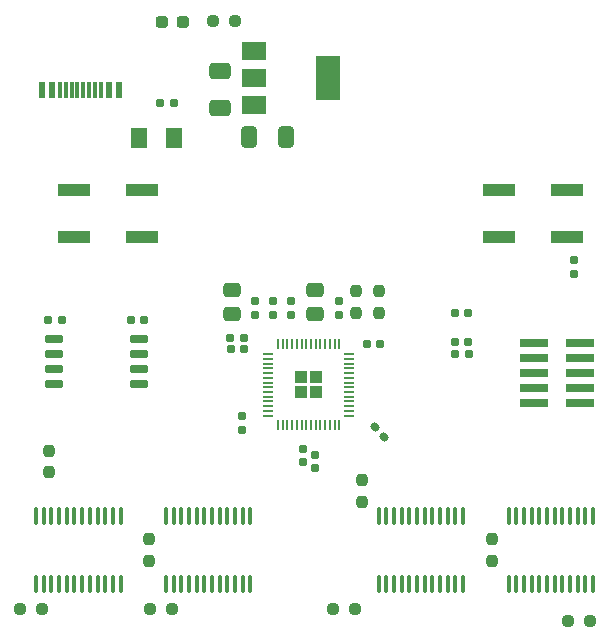
<source format=gtp>
G04 #@! TF.GenerationSoftware,KiCad,Pcbnew,6.0.7*
G04 #@! TF.CreationDate,2022-08-31T22:31:15-07:00*
G04 #@! TF.ProjectId,gbpunk,67627075-6e6b-42e6-9b69-6361645f7063,v4.0*
G04 #@! TF.SameCoordinates,Original*
G04 #@! TF.FileFunction,Paste,Top*
G04 #@! TF.FilePolarity,Positive*
%FSLAX46Y46*%
G04 Gerber Fmt 4.6, Leading zero omitted, Abs format (unit mm)*
G04 Created by KiCad (PCBNEW 6.0.7) date 2022-08-31 22:31:15*
%MOMM*%
%LPD*%
G01*
G04 APERTURE LIST*
G04 Aperture macros list*
%AMRoundRect*
0 Rectangle with rounded corners*
0 $1 Rounding radius*
0 $2 $3 $4 $5 $6 $7 $8 $9 X,Y pos of 4 corners*
0 Add a 4 corners polygon primitive as box body*
4,1,4,$2,$3,$4,$5,$6,$7,$8,$9,$2,$3,0*
0 Add four circle primitives for the rounded corners*
1,1,$1+$1,$2,$3*
1,1,$1+$1,$4,$5*
1,1,$1+$1,$6,$7*
1,1,$1+$1,$8,$9*
0 Add four rect primitives between the rounded corners*
20,1,$1+$1,$2,$3,$4,$5,0*
20,1,$1+$1,$4,$5,$6,$7,0*
20,1,$1+$1,$6,$7,$8,$9,0*
20,1,$1+$1,$8,$9,$2,$3,0*%
G04 Aperture macros list end*
%ADD10RoundRect,0.155000X0.155000X-0.212500X0.155000X0.212500X-0.155000X0.212500X-0.155000X-0.212500X0*%
%ADD11RoundRect,0.100000X0.100000X-0.637500X0.100000X0.637500X-0.100000X0.637500X-0.100000X-0.637500X0*%
%ADD12RoundRect,0.155000X-0.155000X0.212500X-0.155000X-0.212500X0.155000X-0.212500X0.155000X0.212500X0*%
%ADD13RoundRect,0.155000X-0.212500X-0.155000X0.212500X-0.155000X0.212500X0.155000X-0.212500X0.155000X0*%
%ADD14RoundRect,0.160000X0.197500X0.160000X-0.197500X0.160000X-0.197500X-0.160000X0.197500X-0.160000X0*%
%ADD15RoundRect,0.237500X-0.237500X0.250000X-0.237500X-0.250000X0.237500X-0.250000X0.237500X0.250000X0*%
%ADD16RoundRect,0.237500X0.250000X0.237500X-0.250000X0.237500X-0.250000X-0.237500X0.250000X-0.237500X0*%
%ADD17RoundRect,0.250000X-0.412500X-0.650000X0.412500X-0.650000X0.412500X0.650000X-0.412500X0.650000X0*%
%ADD18RoundRect,0.250000X0.475000X-0.337500X0.475000X0.337500X-0.475000X0.337500X-0.475000X-0.337500X0*%
%ADD19R,2.400000X0.740000*%
%ADD20R,2.750000X1.000000*%
%ADD21R,0.600000X1.450000*%
%ADD22R,0.300000X1.450000*%
%ADD23RoundRect,0.155000X0.212500X0.155000X-0.212500X0.155000X-0.212500X-0.155000X0.212500X-0.155000X0*%
%ADD24RoundRect,0.155000X-0.259862X0.040659X0.040659X-0.259862X0.259862X-0.040659X-0.040659X0.259862X0*%
%ADD25RoundRect,0.160000X-0.197500X-0.160000X0.197500X-0.160000X0.197500X0.160000X-0.197500X0.160000X0*%
%ADD26RoundRect,0.150000X-0.650000X-0.150000X0.650000X-0.150000X0.650000X0.150000X-0.650000X0.150000X0*%
%ADD27RoundRect,0.237500X0.237500X-0.250000X0.237500X0.250000X-0.237500X0.250000X-0.237500X-0.250000X0*%
%ADD28R,2.000000X1.500000*%
%ADD29R,2.000000X3.800000*%
%ADD30RoundRect,0.160000X-0.160000X0.197500X-0.160000X-0.197500X0.160000X-0.197500X0.160000X0.197500X0*%
%ADD31RoundRect,0.250000X-0.292217X-0.292217X0.292217X-0.292217X0.292217X0.292217X-0.292217X0.292217X0*%
%ADD32RoundRect,0.050000X-0.387500X-0.050000X0.387500X-0.050000X0.387500X0.050000X-0.387500X0.050000X0*%
%ADD33RoundRect,0.050000X-0.050000X-0.387500X0.050000X-0.387500X0.050000X0.387500X-0.050000X0.387500X0*%
%ADD34RoundRect,0.237500X0.287500X0.237500X-0.287500X0.237500X-0.287500X-0.237500X0.287500X-0.237500X0*%
%ADD35RoundRect,0.250001X0.462499X0.624999X-0.462499X0.624999X-0.462499X-0.624999X0.462499X-0.624999X0*%
%ADD36RoundRect,0.237500X-0.250000X-0.237500X0.250000X-0.237500X0.250000X0.237500X-0.250000X0.237500X0*%
%ADD37RoundRect,0.250000X-0.650000X0.412500X-0.650000X-0.412500X0.650000X-0.412500X0.650000X0.412500X0*%
G04 APERTURE END LIST*
D10*
G04 #@! TO.C,C20*
X102040000Y-65067500D03*
X102040000Y-63932500D03*
G04 #@! TD*
G04 #@! TO.C,C13*
X96500000Y-65067500D03*
X96500000Y-63932500D03*
G04 #@! TD*
D11*
G04 #@! TO.C,U7*
X116425000Y-87862500D03*
X117075000Y-87862500D03*
X117725000Y-87862500D03*
X118375000Y-87862500D03*
X119025000Y-87862500D03*
X119675000Y-87862500D03*
X120325000Y-87862500D03*
X120975000Y-87862500D03*
X121625000Y-87862500D03*
X122275000Y-87862500D03*
X122925000Y-87862500D03*
X123575000Y-87862500D03*
X123575000Y-82137500D03*
X122925000Y-82137500D03*
X122275000Y-82137500D03*
X121625000Y-82137500D03*
X120975000Y-82137500D03*
X120325000Y-82137500D03*
X119675000Y-82137500D03*
X119025000Y-82137500D03*
X118375000Y-82137500D03*
X117725000Y-82137500D03*
X117075000Y-82137500D03*
X116425000Y-82137500D03*
G04 #@! TD*
D12*
G04 #@! TO.C,C17*
X93820000Y-73652500D03*
X93820000Y-74787500D03*
G04 #@! TD*
D13*
G04 #@! TO.C,C14*
X104432500Y-67500000D03*
X105567500Y-67500000D03*
G04 #@! TD*
G04 #@! TO.C,C22*
X84432500Y-65500000D03*
X85567500Y-65500000D03*
G04 #@! TD*
D14*
G04 #@! TO.C,R9*
X94060000Y-67000000D03*
X92865000Y-67000000D03*
G04 #@! TD*
D15*
G04 #@! TO.C,R13*
X115000000Y-84087500D03*
X115000000Y-85912500D03*
G04 #@! TD*
D16*
G04 #@! TO.C,R6*
X103412500Y-90000000D03*
X101587500Y-90000000D03*
G04 #@! TD*
D17*
G04 #@! TO.C,C21*
X94437500Y-50000000D03*
X97562500Y-50000000D03*
G04 #@! TD*
D18*
G04 #@! TO.C,C11*
X93000000Y-65037500D03*
X93000000Y-62962500D03*
G04 #@! TD*
D15*
G04 #@! TO.C,R11*
X103500000Y-63087500D03*
X103500000Y-64912500D03*
G04 #@! TD*
D19*
G04 #@! TO.C,J4*
X118550000Y-67460000D03*
X122450000Y-67460000D03*
X118550000Y-68730000D03*
X122450000Y-68730000D03*
X118550000Y-70000000D03*
X122450000Y-70000000D03*
X118550000Y-71270000D03*
X122450000Y-71270000D03*
X118550000Y-72540000D03*
X122450000Y-72540000D03*
G04 #@! TD*
D14*
G04 #@! TO.C,R19*
X78597500Y-65500000D03*
X77402500Y-65500000D03*
G04 #@! TD*
D15*
G04 #@! TO.C,R12*
X105500000Y-63087500D03*
X105500000Y-64912500D03*
G04 #@! TD*
D20*
G04 #@! TO.C,SW9*
X79620000Y-54500000D03*
X85380000Y-54500000D03*
X85380000Y-58500000D03*
X79620000Y-58500000D03*
G04 #@! TD*
D16*
G04 #@! TO.C,R2*
X123325000Y-91000000D03*
X121500000Y-91000000D03*
G04 #@! TD*
D21*
G04 #@! TO.C,P1*
X83430000Y-46065000D03*
X82630000Y-46065000D03*
D22*
X81430000Y-46065000D03*
X80430000Y-46065000D03*
X79930000Y-46065000D03*
X78930000Y-46065000D03*
D21*
X77730000Y-46065000D03*
X76930000Y-46065000D03*
X76930000Y-46065000D03*
X77730000Y-46065000D03*
D22*
X78430000Y-46065000D03*
X79430000Y-46065000D03*
X80930000Y-46065000D03*
X81930000Y-46065000D03*
D21*
X82630000Y-46065000D03*
X83430000Y-46065000D03*
G04 #@! TD*
D23*
G04 #@! TO.C,C8*
X113027500Y-67410000D03*
X111892500Y-67410000D03*
G04 #@! TD*
D15*
G04 #@! TO.C,R5*
X86000000Y-84087500D03*
X86000000Y-85912500D03*
G04 #@! TD*
D12*
G04 #@! TO.C,C16*
X99000000Y-76432500D03*
X99000000Y-77567500D03*
G04 #@! TD*
D11*
G04 #@! TO.C,U6*
X105425000Y-87862500D03*
X106075000Y-87862500D03*
X106725000Y-87862500D03*
X107375000Y-87862500D03*
X108025000Y-87862500D03*
X108675000Y-87862500D03*
X109325000Y-87862500D03*
X109975000Y-87862500D03*
X110625000Y-87862500D03*
X111275000Y-87862500D03*
X111925000Y-87862500D03*
X112575000Y-87862500D03*
X112575000Y-82137500D03*
X111925000Y-82137500D03*
X111275000Y-82137500D03*
X110625000Y-82137500D03*
X109975000Y-82137500D03*
X109325000Y-82137500D03*
X108675000Y-82137500D03*
X108025000Y-82137500D03*
X107375000Y-82137500D03*
X106725000Y-82137500D03*
X106075000Y-82137500D03*
X105425000Y-82137500D03*
G04 #@! TD*
D24*
G04 #@! TO.C,C15*
X105098717Y-74598717D03*
X105901283Y-75401283D03*
G04 #@! TD*
D25*
G04 #@! TO.C,R18*
X86912500Y-47100000D03*
X88107500Y-47100000D03*
G04 #@! TD*
D26*
G04 #@! TO.C,U3*
X77900000Y-67095000D03*
X77900000Y-68365000D03*
X77900000Y-69635000D03*
X77900000Y-70905000D03*
X85100000Y-70905000D03*
X85100000Y-69635000D03*
X85100000Y-68365000D03*
X85100000Y-67095000D03*
G04 #@! TD*
D27*
G04 #@! TO.C,R7*
X104000000Y-80912500D03*
X104000000Y-79087500D03*
G04 #@! TD*
D16*
G04 #@! TO.C,R1*
X76912500Y-90000000D03*
X75087500Y-90000000D03*
G04 #@! TD*
D20*
G04 #@! TO.C,SW7*
X115620000Y-54500000D03*
X121380000Y-54500000D03*
X115620000Y-58500000D03*
X121380000Y-58500000D03*
G04 #@! TD*
D10*
G04 #@! TO.C,C19*
X98000000Y-65067500D03*
X98000000Y-63932500D03*
G04 #@! TD*
D28*
G04 #@! TO.C,U4*
X94850000Y-42700000D03*
X94850000Y-45000000D03*
D29*
X101150000Y-45000000D03*
D28*
X94850000Y-47300000D03*
G04 #@! TD*
D11*
G04 #@! TO.C,U2*
X76425000Y-87862500D03*
X77075000Y-87862500D03*
X77725000Y-87862500D03*
X78375000Y-87862500D03*
X79025000Y-87862500D03*
X79675000Y-87862500D03*
X80325000Y-87862500D03*
X80975000Y-87862500D03*
X81625000Y-87862500D03*
X82275000Y-87862500D03*
X82925000Y-87862500D03*
X83575000Y-87862500D03*
X83575000Y-82137500D03*
X82925000Y-82137500D03*
X82275000Y-82137500D03*
X81625000Y-82137500D03*
X80975000Y-82137500D03*
X80325000Y-82137500D03*
X79675000Y-82137500D03*
X79025000Y-82137500D03*
X78375000Y-82137500D03*
X77725000Y-82137500D03*
X77075000Y-82137500D03*
X76425000Y-82137500D03*
G04 #@! TD*
G04 #@! TO.C,U5*
X87425000Y-87862500D03*
X88075000Y-87862500D03*
X88725000Y-87862500D03*
X89375000Y-87862500D03*
X90025000Y-87862500D03*
X90675000Y-87862500D03*
X91325000Y-87862500D03*
X91975000Y-87862500D03*
X92625000Y-87862500D03*
X93275000Y-87862500D03*
X93925000Y-87862500D03*
X94575000Y-87862500D03*
X94575000Y-82137500D03*
X93925000Y-82137500D03*
X93275000Y-82137500D03*
X92625000Y-82137500D03*
X91975000Y-82137500D03*
X91325000Y-82137500D03*
X90675000Y-82137500D03*
X90025000Y-82137500D03*
X89375000Y-82137500D03*
X88725000Y-82137500D03*
X88075000Y-82137500D03*
X87425000Y-82137500D03*
G04 #@! TD*
D30*
G04 #@! TO.C,R8*
X122000000Y-60402500D03*
X122000000Y-61597500D03*
G04 #@! TD*
D31*
G04 #@! TO.C,U1*
X98862500Y-71637500D03*
X98862500Y-70362500D03*
X100137500Y-70362500D03*
X100137500Y-71637500D03*
D32*
X96062500Y-68400000D03*
X96062500Y-68800000D03*
X96062500Y-69200000D03*
X96062500Y-69600000D03*
X96062500Y-70000000D03*
X96062500Y-70400000D03*
X96062500Y-70800000D03*
X96062500Y-71200000D03*
X96062500Y-71600000D03*
X96062500Y-72000000D03*
X96062500Y-72400000D03*
X96062500Y-72800000D03*
X96062500Y-73200000D03*
X96062500Y-73600000D03*
D33*
X96900000Y-74437500D03*
X97300000Y-74437500D03*
X97700000Y-74437500D03*
X98100000Y-74437500D03*
X98500000Y-74437500D03*
X98900000Y-74437500D03*
X99300000Y-74437500D03*
X99700000Y-74437500D03*
X100100000Y-74437500D03*
X100500000Y-74437500D03*
X100900000Y-74437500D03*
X101300000Y-74437500D03*
X101700000Y-74437500D03*
X102100000Y-74437500D03*
D32*
X102937500Y-73600000D03*
X102937500Y-73200000D03*
X102937500Y-72800000D03*
X102937500Y-72400000D03*
X102937500Y-72000000D03*
X102937500Y-71600000D03*
X102937500Y-71200000D03*
X102937500Y-70800000D03*
X102937500Y-70400000D03*
X102937500Y-70000000D03*
X102937500Y-69600000D03*
X102937500Y-69200000D03*
X102937500Y-68800000D03*
X102937500Y-68400000D03*
D33*
X102100000Y-67562500D03*
X101700000Y-67562500D03*
X101300000Y-67562500D03*
X100900000Y-67562500D03*
X100500000Y-67562500D03*
X100100000Y-67562500D03*
X99700000Y-67562500D03*
X99300000Y-67562500D03*
X98900000Y-67562500D03*
X98500000Y-67562500D03*
X98100000Y-67562500D03*
X97700000Y-67562500D03*
X97300000Y-67562500D03*
X96900000Y-67562500D03*
G04 #@! TD*
D16*
G04 #@! TO.C,R4*
X87912500Y-90000000D03*
X86087500Y-90000000D03*
G04 #@! TD*
D13*
G04 #@! TO.C,C7*
X111892500Y-64910000D03*
X113027500Y-64910000D03*
G04 #@! TD*
D23*
G04 #@! TO.C,C18*
X94067500Y-68000000D03*
X92932500Y-68000000D03*
G04 #@! TD*
D34*
G04 #@! TO.C,D1*
X88845000Y-40240000D03*
X87095000Y-40240000D03*
G04 #@! TD*
D35*
G04 #@! TO.C,F1*
X88077500Y-50070000D03*
X85102500Y-50070000D03*
G04 #@! TD*
D12*
G04 #@! TO.C,C10*
X100000000Y-76932500D03*
X100000000Y-78067500D03*
G04 #@! TD*
D14*
G04 #@! TO.C,R10*
X113057500Y-68410000D03*
X111862500Y-68410000D03*
G04 #@! TD*
D10*
G04 #@! TO.C,C9*
X95000000Y-65067500D03*
X95000000Y-63932500D03*
G04 #@! TD*
D18*
G04 #@! TO.C,C12*
X100000000Y-65037500D03*
X100000000Y-62962500D03*
G04 #@! TD*
D36*
G04 #@! TO.C,R14*
X91402500Y-40200000D03*
X93227500Y-40200000D03*
G04 #@! TD*
D27*
G04 #@! TO.C,R3*
X77500000Y-78412500D03*
X77500000Y-76587500D03*
G04 #@! TD*
D37*
G04 #@! TO.C,C23*
X92000000Y-44437500D03*
X92000000Y-47562500D03*
G04 #@! TD*
M02*

</source>
